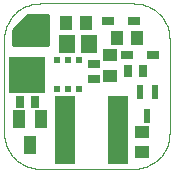
<source format=gts>
G75*
G70*
%OFA0B0*%
%FSLAX24Y24*%
%IPPOS*%
%LPD*%
%AMOC8*
5,1,8,0,0,1.08239X$1,22.5*
%
%ADD10C,0.0000*%
%ADD11C,0.0100*%
%ADD12R,0.0434X0.0473*%
%ADD13R,0.0552X0.0631*%
%ADD14R,0.0473X0.0434*%
%ADD15R,0.0434X0.0276*%
%ADD16R,0.0709X0.2284*%
%ADD17R,0.0434X0.0591*%
%ADD18R,0.0237X0.0237*%
%ADD19R,0.0827X0.0827*%
%ADD20R,0.1221X0.1221*%
%ADD21R,0.0316X0.0394*%
%ADD22R,0.0394X0.0316*%
%ADD23R,0.0217X0.0473*%
D10*
X001331Y000210D02*
X004481Y000210D01*
X004547Y000212D01*
X004613Y000217D01*
X004679Y000227D01*
X004744Y000240D01*
X004808Y000256D01*
X004871Y000276D01*
X004933Y000300D01*
X004993Y000327D01*
X005052Y000357D01*
X005109Y000391D01*
X005164Y000428D01*
X005217Y000468D01*
X005268Y000510D01*
X005316Y000556D01*
X005362Y000604D01*
X005404Y000655D01*
X005444Y000708D01*
X005481Y000763D01*
X005515Y000820D01*
X005545Y000879D01*
X005572Y000939D01*
X005596Y001001D01*
X005616Y001064D01*
X005632Y001128D01*
X005645Y001193D01*
X005655Y001259D01*
X005660Y001325D01*
X005662Y001391D01*
X005662Y004540D01*
X005660Y004606D01*
X005655Y004672D01*
X005645Y004738D01*
X005632Y004803D01*
X005616Y004867D01*
X005596Y004930D01*
X005572Y004992D01*
X005545Y005052D01*
X005515Y005111D01*
X005481Y005168D01*
X005444Y005223D01*
X005404Y005276D01*
X005362Y005327D01*
X005316Y005375D01*
X005268Y005421D01*
X005217Y005463D01*
X005164Y005503D01*
X005109Y005540D01*
X005052Y005574D01*
X004993Y005604D01*
X004933Y005631D01*
X004871Y005655D01*
X004808Y005675D01*
X004744Y005691D01*
X004679Y005704D01*
X004613Y005714D01*
X004547Y005719D01*
X004481Y005721D01*
X004481Y005722D02*
X001331Y005722D01*
X001331Y005721D02*
X001265Y005719D01*
X001199Y005714D01*
X001133Y005704D01*
X001068Y005691D01*
X001004Y005675D01*
X000941Y005655D01*
X000879Y005631D01*
X000819Y005604D01*
X000760Y005574D01*
X000703Y005540D01*
X000648Y005503D01*
X000595Y005463D01*
X000544Y005421D01*
X000496Y005375D01*
X000450Y005327D01*
X000408Y005276D01*
X000368Y005223D01*
X000331Y005168D01*
X000297Y005111D01*
X000267Y005052D01*
X000240Y004992D01*
X000216Y004930D01*
X000196Y004867D01*
X000180Y004803D01*
X000167Y004738D01*
X000157Y004672D01*
X000152Y004606D01*
X000150Y004540D01*
X000150Y001391D01*
X000152Y001325D01*
X000157Y001259D01*
X000167Y001193D01*
X000180Y001128D01*
X000196Y001064D01*
X000216Y001001D01*
X000240Y000939D01*
X000267Y000879D01*
X000297Y000820D01*
X000331Y000763D01*
X000368Y000708D01*
X000408Y000655D01*
X000450Y000604D01*
X000496Y000556D01*
X000544Y000510D01*
X000595Y000468D01*
X000648Y000428D01*
X000703Y000391D01*
X000760Y000357D01*
X000819Y000327D01*
X000879Y000300D01*
X000941Y000276D01*
X001004Y000256D01*
X001068Y000240D01*
X001133Y000227D01*
X001199Y000217D01*
X001265Y000212D01*
X001331Y000210D01*
D11*
X001626Y004344D02*
X000445Y004344D01*
X000445Y004836D01*
X000839Y005229D01*
X000937Y005328D01*
X001626Y005328D01*
X001626Y004344D01*
X001626Y004347D02*
X000445Y004347D01*
X000445Y004445D02*
X001626Y004445D01*
X001626Y004544D02*
X000445Y004544D01*
X000445Y004642D02*
X001626Y004642D01*
X001626Y004741D02*
X000445Y004741D01*
X000449Y004839D02*
X001626Y004839D01*
X001626Y004938D02*
X000547Y004938D01*
X000646Y005036D02*
X001626Y005036D01*
X001626Y005135D02*
X000744Y005135D01*
X000843Y005233D02*
X001626Y005233D01*
D12*
X002217Y005060D03*
X002886Y005060D03*
X003922Y004568D03*
X004591Y004568D03*
D13*
X002981Y004365D03*
X002233Y004365D03*
D14*
X003693Y003989D03*
X003693Y003320D03*
X004729Y001426D03*
X004729Y000757D03*
D15*
X005107Y004003D03*
X004241Y004003D03*
X004473Y005127D03*
X003607Y005127D03*
D16*
X003935Y001513D03*
X002164Y001513D03*
D17*
X001020Y000991D03*
X000646Y001857D03*
X001394Y001857D03*
D18*
X001910Y002887D03*
X002284Y002887D03*
X002658Y002887D03*
X002658Y003832D03*
X002284Y003832D03*
X001910Y003832D03*
D19*
X001187Y004718D03*
D20*
X000902Y003340D03*
D21*
X000681Y002424D03*
X001193Y002424D03*
X004274Y003458D03*
X004786Y003458D03*
D22*
X003152Y003714D03*
X003152Y003202D03*
D23*
X004668Y002788D03*
X005180Y002788D03*
X004924Y001962D03*
M02*

</source>
